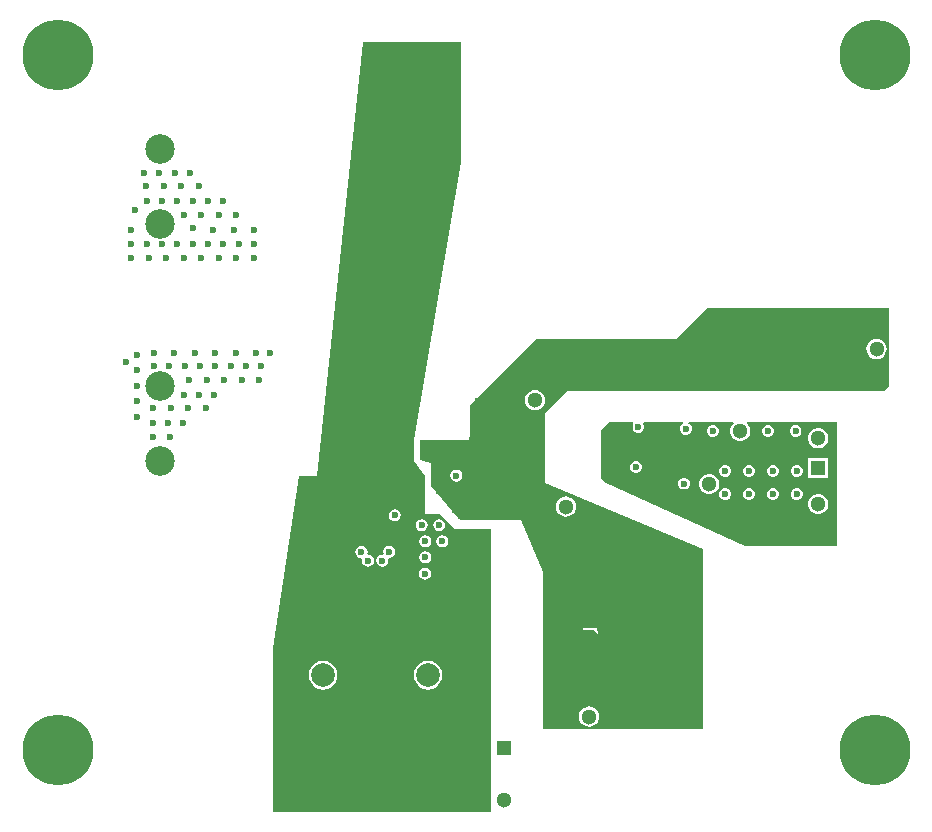
<source format=gbr>
%TF.GenerationSoftware,Altium Limited,Altium Designer,22.9.1 (49)*%
G04 Layer_Physical_Order=2*
G04 Layer_Color=36540*
%FSLAX45Y45*%
%MOMM*%
%TF.SameCoordinates,C6D2A98E-D71B-44EB-B230-12E80A119C5B*%
%TF.FilePolarity,Positive*%
%TF.FileFunction,Copper,L2,Inr,Signal*%
%TF.Part,Single*%
G01*
G75*
%TA.AperFunction,ComponentPad*%
%ADD43C,1.30000*%
%ADD44C,1.90500*%
%ADD45C,2.00660*%
%ADD46C,0.60000*%
%ADD47R,1.30000X1.30000*%
%ADD48C,6.00000*%
%ADD49R,1.30000X1.30000*%
%ADD50C,2.50000*%
%TA.AperFunction,ViaPad*%
%ADD51C,0.60000*%
G36*
X5329194Y3537866D02*
X5334455Y3525166D01*
X5332612Y3523323D01*
X5325000Y3504946D01*
Y3485054D01*
X5332612Y3466677D01*
X5346677Y3452612D01*
X5365054Y3445000D01*
X5384946D01*
X5403323Y3452612D01*
X5417388Y3466677D01*
X5425000Y3485054D01*
Y3504946D01*
X5417388Y3523323D01*
X5415545Y3525166D01*
X5420806Y3537866D01*
X5750856D01*
X5753382Y3525165D01*
X5746677Y3522388D01*
X5732612Y3508323D01*
X5725000Y3489946D01*
Y3470055D01*
X5732612Y3451677D01*
X5746677Y3437612D01*
X5765054Y3430000D01*
X5784946D01*
X5803323Y3437612D01*
X5817388Y3451677D01*
X5825000Y3470055D01*
Y3489946D01*
X5817388Y3508323D01*
X5803323Y3522388D01*
X5796618Y3525165D01*
X5799144Y3537866D01*
X6060000Y3537865D01*
X6178424D01*
X6182457Y3525165D01*
X6169483Y3512191D01*
X6158292Y3492809D01*
X6152500Y3471190D01*
Y3448809D01*
X6158292Y3427191D01*
X6169483Y3407809D01*
X6185308Y3391983D01*
X6204691Y3380793D01*
X6226309Y3375000D01*
X6248690D01*
X6270308Y3380793D01*
X6289691Y3391983D01*
X6305516Y3407809D01*
X6316707Y3427191D01*
X6322499Y3448809D01*
Y3471190D01*
X6316707Y3492809D01*
X6305516Y3512191D01*
X6292542Y3525165D01*
X6296575Y3537865D01*
X7052500D01*
Y2484441D01*
X6274706D01*
X5100000Y3016941D01*
X5057500Y3059441D01*
Y3464219D01*
X5130886Y3537866D01*
X5329194D01*
D02*
G37*
G36*
X7492500Y3835000D02*
X7457500Y3800000D01*
X4772500D01*
X4655000Y3682500D01*
X4587500Y3616184D01*
Y3021648D01*
X5917500Y2460000D01*
Y1525000D01*
Y940000D01*
X4567500D01*
Y2262500D01*
X4382283Y2707500D01*
X3860000D01*
X3615000Y2992500D01*
Y3185000D01*
X3522500Y3217500D01*
X3524947Y3381465D01*
X3527500Y3382500D01*
X3685000D01*
X3942500Y3385000D01*
X3945964Y3429036D01*
X3945000Y3430000D01*
Y3675000D01*
X4510000Y4240000D01*
X5690000D01*
X5952500Y4502500D01*
X7492500D01*
Y3835000D01*
D02*
G37*
G36*
X3870000Y6226058D02*
X3869999Y5735000D01*
X3475000Y3380000D01*
Y3210000D01*
X3570000Y3080897D01*
Y2755000D01*
X3697500D01*
X3822500Y2630000D01*
X4127500D01*
Y232500D01*
X2280000D01*
Y1622533D01*
X2497500Y3077500D01*
X2655000D01*
X3044260Y6752500D01*
X3869999D01*
X3870000Y6226058D01*
D02*
G37*
%LPC*%
G36*
X6714945Y3510000D02*
X6695054D01*
X6676677Y3502388D01*
X6662611Y3488323D01*
X6654999Y3469946D01*
Y3450054D01*
X6662611Y3431677D01*
X6676677Y3417612D01*
X6695054Y3410000D01*
X6714945D01*
X6733322Y3417612D01*
X6747387Y3431677D01*
X6754999Y3450054D01*
Y3469946D01*
X6747387Y3488323D01*
X6733322Y3502388D01*
X6714945Y3510000D01*
D02*
G37*
G36*
X6481195D02*
X6461304D01*
X6442927Y3502388D01*
X6428861Y3488323D01*
X6421250Y3469946D01*
Y3450054D01*
X6428861Y3431677D01*
X6442927Y3417612D01*
X6461304Y3410000D01*
X6481195D01*
X6499572Y3417612D01*
X6513637Y3431677D01*
X6521249Y3450054D01*
Y3469946D01*
X6513637Y3488323D01*
X6499572Y3502388D01*
X6481195Y3510000D01*
D02*
G37*
G36*
X6013695D02*
X5993804D01*
X5975427Y3502388D01*
X5961362Y3488323D01*
X5953750Y3469946D01*
Y3450054D01*
X5961362Y3431677D01*
X5975427Y3417612D01*
X5993804Y3410000D01*
X6013695D01*
X6032073Y3417612D01*
X6046138Y3431677D01*
X6053750Y3450054D01*
Y3469946D01*
X6046138Y3488323D01*
X6032073Y3502388D01*
X6013695Y3510000D01*
D02*
G37*
G36*
X6908691Y3482500D02*
X6886310D01*
X6864691Y3476707D01*
X6845309Y3465517D01*
X6829483Y3449691D01*
X6818293Y3430309D01*
X6812500Y3408690D01*
Y3386309D01*
X6818293Y3364691D01*
X6829483Y3345309D01*
X6845309Y3329483D01*
X6864691Y3318293D01*
X6886310Y3312500D01*
X6908691D01*
X6930309Y3318293D01*
X6949691Y3329483D01*
X6965517Y3345309D01*
X6976707Y3364691D01*
X6982500Y3386309D01*
Y3408690D01*
X6976707Y3430309D01*
X6965517Y3449691D01*
X6949691Y3465517D01*
X6930309Y3476707D01*
X6908691Y3482500D01*
D02*
G37*
G36*
X5364946Y3202500D02*
X5345054D01*
X5326677Y3194888D01*
X5312612Y3180823D01*
X5305000Y3162446D01*
Y3142554D01*
X5312612Y3124177D01*
X5326677Y3110112D01*
X5345054Y3102500D01*
X5364946D01*
X5383323Y3110112D01*
X5397388Y3124177D01*
X5405000Y3142554D01*
Y3162446D01*
X5397388Y3180823D01*
X5383323Y3194888D01*
X5364946Y3202500D01*
D02*
G37*
G36*
X6724945Y3170000D02*
X6705054D01*
X6686677Y3162388D01*
X6672612Y3148323D01*
X6665000Y3129946D01*
Y3110054D01*
X6672612Y3091677D01*
X6686677Y3077612D01*
X6705054Y3070000D01*
X6724945D01*
X6743323Y3077612D01*
X6757388Y3091677D01*
X6765000Y3110054D01*
Y3129946D01*
X6757388Y3148323D01*
X6743323Y3162388D01*
X6724945Y3170000D01*
D02*
G37*
G36*
X6523279D02*
X6503388D01*
X6485010Y3162388D01*
X6470945Y3148323D01*
X6463333Y3129946D01*
Y3110054D01*
X6470945Y3091677D01*
X6485010Y3077612D01*
X6503388Y3070000D01*
X6523279D01*
X6541656Y3077612D01*
X6555721Y3091677D01*
X6563333Y3110054D01*
Y3129946D01*
X6555721Y3148323D01*
X6541656Y3162388D01*
X6523279Y3170000D01*
D02*
G37*
G36*
X6321612D02*
X6301721D01*
X6283344Y3162388D01*
X6269279Y3148323D01*
X6261667Y3129946D01*
Y3110054D01*
X6269279Y3091677D01*
X6283344Y3077612D01*
X6301721Y3070000D01*
X6321612D01*
X6339989Y3077612D01*
X6354055Y3091677D01*
X6361666Y3110054D01*
Y3129946D01*
X6354055Y3148323D01*
X6339989Y3162388D01*
X6321612Y3170000D01*
D02*
G37*
G36*
X6119946D02*
X6100054D01*
X6081677Y3162388D01*
X6067612Y3148323D01*
X6060000Y3129946D01*
Y3110054D01*
X6067612Y3091677D01*
X6081677Y3077612D01*
X6100054Y3070000D01*
X6119946D01*
X6138323Y3077612D01*
X6152388Y3091677D01*
X6160000Y3110054D01*
Y3129946D01*
X6152388Y3148323D01*
X6138323Y3162388D01*
X6119946Y3170000D01*
D02*
G37*
G36*
X6982500Y3228500D02*
X6812500D01*
Y3058500D01*
X6982500D01*
Y3228500D01*
D02*
G37*
G36*
X5772446Y3065000D02*
X5752554D01*
X5734177Y3057388D01*
X5720112Y3043323D01*
X5712500Y3024946D01*
Y3005054D01*
X5720112Y2986677D01*
X5734177Y2972612D01*
X5752554Y2965000D01*
X5772446D01*
X5790823Y2972612D01*
X5804888Y2986677D01*
X5812500Y3005054D01*
Y3024946D01*
X5804888Y3043323D01*
X5790823Y3057388D01*
X5772446Y3065000D01*
D02*
G37*
G36*
X5986190Y3095000D02*
X5963810D01*
X5942191Y3089207D01*
X5922809Y3078017D01*
X5906983Y3062191D01*
X5895793Y3042809D01*
X5890000Y3021191D01*
Y2998810D01*
X5895793Y2977191D01*
X5906983Y2957809D01*
X5922809Y2941983D01*
X5942191Y2930793D01*
X5963810Y2925000D01*
X5986190D01*
X6007809Y2930793D01*
X6027191Y2941983D01*
X6043017Y2957809D01*
X6054207Y2977191D01*
X6060000Y2998810D01*
Y3021191D01*
X6054207Y3042809D01*
X6043017Y3062191D01*
X6027191Y3078017D01*
X6007809Y3089207D01*
X5986190Y3095000D01*
D02*
G37*
G36*
X6724945Y2975000D02*
X6705054D01*
X6686677Y2967388D01*
X6672612Y2953323D01*
X6665000Y2934946D01*
Y2915054D01*
X6672612Y2896677D01*
X6686677Y2882612D01*
X6705054Y2875000D01*
X6724945D01*
X6743323Y2882612D01*
X6757388Y2896677D01*
X6765000Y2915054D01*
Y2934946D01*
X6757388Y2953323D01*
X6743323Y2967388D01*
X6724945Y2975000D01*
D02*
G37*
G36*
X6523279D02*
X6503388D01*
X6485010Y2967388D01*
X6470945Y2953323D01*
X6463333Y2934946D01*
Y2915054D01*
X6470945Y2896677D01*
X6485010Y2882612D01*
X6503388Y2875000D01*
X6523279D01*
X6541656Y2882612D01*
X6555721Y2896677D01*
X6563333Y2915054D01*
Y2934946D01*
X6555721Y2953323D01*
X6541656Y2967388D01*
X6523279Y2975000D01*
D02*
G37*
G36*
X6321612D02*
X6301721D01*
X6283344Y2967388D01*
X6269279Y2953323D01*
X6261667Y2934946D01*
Y2915054D01*
X6269279Y2896677D01*
X6283344Y2882612D01*
X6301721Y2875000D01*
X6321612D01*
X6339989Y2882612D01*
X6354055Y2896677D01*
X6361666Y2915054D01*
Y2934946D01*
X6354055Y2953323D01*
X6339989Y2967388D01*
X6321612Y2975000D01*
D02*
G37*
G36*
X6119946D02*
X6100054D01*
X6081677Y2967388D01*
X6067612Y2953323D01*
X6060000Y2934946D01*
Y2915054D01*
X6067612Y2896677D01*
X6081677Y2882612D01*
X6100054Y2875000D01*
X6119946D01*
X6138323Y2882612D01*
X6152388Y2896677D01*
X6160000Y2915054D01*
Y2934946D01*
X6152388Y2953323D01*
X6138323Y2967388D01*
X6119946Y2975000D01*
D02*
G37*
G36*
X6908691Y2926380D02*
X6886310D01*
X6864691Y2920587D01*
X6845309Y2909397D01*
X6829483Y2893571D01*
X6818293Y2874189D01*
X6812500Y2852570D01*
Y2830189D01*
X6818293Y2808571D01*
X6829483Y2789189D01*
X6845309Y2773363D01*
X6864691Y2762173D01*
X6886310Y2756380D01*
X6908691D01*
X6930309Y2762173D01*
X6949691Y2773363D01*
X6965517Y2789189D01*
X6976707Y2808571D01*
X6982500Y2830189D01*
Y2852570D01*
X6976707Y2874189D01*
X6965517Y2893571D01*
X6949691Y2909397D01*
X6930309Y2920587D01*
X6908691Y2926380D01*
D02*
G37*
G36*
X7390771Y4241241D02*
X7368581Y4238319D01*
X7347904Y4229755D01*
X7330148Y4216130D01*
X7316523Y4198374D01*
X7307958Y4177697D01*
X7305037Y4155507D01*
X7307958Y4133318D01*
X7316523Y4112641D01*
X7330148Y4094885D01*
X7347904Y4081260D01*
X7368581Y4072695D01*
X7390771Y4069774D01*
X7412960Y4072695D01*
X7433637Y4081260D01*
X7451393Y4094885D01*
X7465018Y4112641D01*
X7473583Y4133318D01*
X7476504Y4155507D01*
X7473583Y4177697D01*
X7465018Y4198374D01*
X7451393Y4216130D01*
X7433637Y4229755D01*
X7412960Y4238319D01*
X7390771Y4241241D01*
D02*
G37*
G36*
X4497500Y3805733D02*
X4475311Y3802812D01*
X4454633Y3794247D01*
X4436877Y3780623D01*
X4423253Y3762867D01*
X4414688Y3742189D01*
X4411767Y3720000D01*
X4414688Y3697810D01*
X4423253Y3677133D01*
X4436877Y3659377D01*
X4454633Y3645753D01*
X4475311Y3637188D01*
X4497500Y3634267D01*
X4519689Y3637188D01*
X4540367Y3645753D01*
X4558123Y3659377D01*
X4571747Y3677133D01*
X4580312Y3697810D01*
X4583233Y3720000D01*
X4580312Y3742189D01*
X4571747Y3762867D01*
X4558123Y3780623D01*
X4540367Y3794247D01*
X4519689Y3802812D01*
X4497500Y3805733D01*
D02*
G37*
G36*
X3832500Y3133480D02*
X3812991Y3129599D01*
X3796452Y3118548D01*
X3785401Y3102009D01*
X3781521Y3082500D01*
X3785401Y3062991D01*
X3796452Y3046452D01*
X3812991Y3035401D01*
X3832500Y3031520D01*
X3852009Y3035401D01*
X3868548Y3046452D01*
X3879599Y3062991D01*
X3883480Y3082500D01*
X3879599Y3102009D01*
X3868548Y3118548D01*
X3852009Y3129599D01*
X3832500Y3133480D01*
D02*
G37*
G36*
X4760000Y2905733D02*
X4737810Y2902812D01*
X4717133Y2894247D01*
X4699377Y2880623D01*
X4685753Y2862867D01*
X4677188Y2842189D01*
X4674266Y2820000D01*
X4677188Y2797811D01*
X4685753Y2777133D01*
X4699377Y2759377D01*
X4717133Y2745753D01*
X4737810Y2737188D01*
X4760000Y2734267D01*
X4782189Y2737188D01*
X4802866Y2745753D01*
X4820623Y2759377D01*
X4834247Y2777133D01*
X4842812Y2797811D01*
X4845733Y2820000D01*
X4842812Y2842189D01*
X4834247Y2862867D01*
X4820623Y2880623D01*
X4802866Y2894247D01*
X4782189Y2902812D01*
X4760000Y2905733D01*
D02*
G37*
G36*
X5022500Y1790000D02*
X4905734D01*
X4903923Y1772500D01*
X5002500D01*
X5036623Y1738377D01*
X5022500Y1790000D01*
D02*
G37*
G36*
X4957500Y1128233D02*
X4935311Y1125312D01*
X4914633Y1116747D01*
X4896877Y1103123D01*
X4883253Y1085367D01*
X4874688Y1064690D01*
X4871767Y1042500D01*
X4874688Y1020311D01*
X4883253Y999633D01*
X4896877Y981877D01*
X4914633Y968253D01*
X4935311Y959688D01*
X4957500Y956767D01*
X4979690Y959688D01*
X5000367Y968253D01*
X5018123Y981877D01*
X5031747Y999633D01*
X5040312Y1020311D01*
X5043233Y1042500D01*
X5040312Y1064690D01*
X5031747Y1085367D01*
X5018123Y1103123D01*
X5000367Y1116747D01*
X4979690Y1125312D01*
X4957500Y1128233D01*
D02*
G37*
G36*
X3312500Y2795979D02*
X3292991Y2792099D01*
X3276452Y2781048D01*
X3265401Y2764509D01*
X3261521Y2745000D01*
X3265401Y2725491D01*
X3276452Y2708952D01*
X3292991Y2697901D01*
X3312500Y2694020D01*
X3332009Y2697901D01*
X3348548Y2708952D01*
X3359599Y2725491D01*
X3363480Y2745000D01*
X3359599Y2764509D01*
X3348548Y2781048D01*
X3332009Y2792099D01*
X3312500Y2795979D01*
D02*
G37*
G36*
X3687500Y2713480D02*
X3667991Y2709599D01*
X3651452Y2698548D01*
X3640401Y2682009D01*
X3636521Y2662500D01*
X3640401Y2642991D01*
X3651452Y2626452D01*
X3667991Y2615401D01*
X3687500Y2611521D01*
X3707009Y2615401D01*
X3723548Y2626452D01*
X3734599Y2642991D01*
X3738480Y2662500D01*
X3734599Y2682009D01*
X3723548Y2698548D01*
X3707009Y2709599D01*
X3687500Y2713480D01*
D02*
G37*
G36*
X3540000D02*
X3520491Y2709599D01*
X3503952Y2698548D01*
X3492901Y2682009D01*
X3489020Y2662500D01*
X3492901Y2642991D01*
X3503952Y2626452D01*
X3520491Y2615401D01*
X3540000Y2611521D01*
X3559509Y2615401D01*
X3576048Y2626452D01*
X3587099Y2642991D01*
X3590980Y2662500D01*
X3587099Y2682009D01*
X3576048Y2698548D01*
X3559509Y2709599D01*
X3540000Y2713480D01*
D02*
G37*
G36*
X3715000Y2576813D02*
X3695491Y2572932D01*
X3678952Y2561881D01*
X3667901Y2545342D01*
X3664020Y2525833D01*
X3667901Y2506324D01*
X3678952Y2489785D01*
X3695491Y2478734D01*
X3715000Y2474854D01*
X3734509Y2478734D01*
X3751048Y2489785D01*
X3762099Y2506324D01*
X3765980Y2525833D01*
X3762099Y2545342D01*
X3751048Y2561881D01*
X3734509Y2572932D01*
X3715000Y2576813D01*
D02*
G37*
G36*
X3570000D02*
X3550491Y2572932D01*
X3533952Y2561881D01*
X3522901Y2545342D01*
X3519020Y2525833D01*
X3522901Y2506324D01*
X3533952Y2489785D01*
X3550491Y2478734D01*
X3570000Y2474854D01*
X3589509Y2478734D01*
X3606048Y2489785D01*
X3617099Y2506324D01*
X3620980Y2525833D01*
X3617099Y2545342D01*
X3606048Y2561881D01*
X3589509Y2572932D01*
X3570000Y2576813D01*
D02*
G37*
G36*
Y2440146D02*
X3550491Y2436266D01*
X3533952Y2425215D01*
X3522901Y2408676D01*
X3519020Y2389167D01*
X3522901Y2369658D01*
X3533952Y2353119D01*
X3550491Y2342068D01*
X3570000Y2338187D01*
X3589509Y2342068D01*
X3606048Y2353119D01*
X3617099Y2369658D01*
X3620980Y2389167D01*
X3617099Y2408676D01*
X3606048Y2425215D01*
X3589509Y2436266D01*
X3570000Y2440146D01*
D02*
G37*
G36*
X3265000Y2488480D02*
X3245491Y2484599D01*
X3228952Y2473548D01*
X3217901Y2457009D01*
X3214020Y2437500D01*
X3216582Y2424622D01*
X3207675Y2413695D01*
X3206860Y2413352D01*
X3187991Y2409599D01*
X3171452Y2398548D01*
X3160401Y2382009D01*
X3156520Y2362500D01*
X3160401Y2342991D01*
X3171452Y2326452D01*
X3187991Y2315401D01*
X3207500Y2311520D01*
X3227009Y2315401D01*
X3243548Y2326452D01*
X3254599Y2342991D01*
X3258480Y2362500D01*
X3255918Y2375378D01*
X3264825Y2386305D01*
X3265640Y2386648D01*
X3284509Y2390401D01*
X3301048Y2401452D01*
X3312099Y2417991D01*
X3315980Y2437500D01*
X3312099Y2457009D01*
X3301048Y2473548D01*
X3284509Y2484599D01*
X3265000Y2488480D01*
D02*
G37*
G36*
X3030000Y2485980D02*
X3010491Y2482099D01*
X2993952Y2471048D01*
X2982901Y2454509D01*
X2979020Y2435000D01*
X2982901Y2415491D01*
X2993952Y2398952D01*
X3010491Y2387901D01*
X3026477Y2384721D01*
X3030078Y2383866D01*
X3035961Y2372257D01*
X3034020Y2362500D01*
X3037901Y2342991D01*
X3048952Y2326452D01*
X3065491Y2315401D01*
X3085000Y2311520D01*
X3104509Y2315401D01*
X3121048Y2326452D01*
X3132099Y2342991D01*
X3135980Y2362500D01*
X3132099Y2382009D01*
X3121048Y2398548D01*
X3104509Y2409599D01*
X3088523Y2412779D01*
X3084922Y2413634D01*
X3079039Y2425243D01*
X3080980Y2435000D01*
X3077099Y2454509D01*
X3066048Y2471048D01*
X3049509Y2482099D01*
X3030000Y2485980D01*
D02*
G37*
G36*
X3567500Y2303480D02*
X3547991Y2299599D01*
X3531452Y2288548D01*
X3520401Y2272009D01*
X3516521Y2252500D01*
X3520401Y2232991D01*
X3531452Y2216452D01*
X3547991Y2205401D01*
X3567500Y2201520D01*
X3587009Y2205401D01*
X3603548Y2216452D01*
X3614599Y2232991D01*
X3618480Y2252500D01*
X3614599Y2272009D01*
X3603548Y2288548D01*
X3587009Y2299599D01*
X3567500Y2303480D01*
D02*
G37*
G36*
X3592500Y1513868D02*
X3561087Y1509733D01*
X3531816Y1497608D01*
X3506680Y1478320D01*
X3487392Y1453184D01*
X3475267Y1423912D01*
X3471131Y1392500D01*
X3475267Y1361087D01*
X3487392Y1331816D01*
X3506680Y1306680D01*
X3531816Y1287392D01*
X3561087Y1275267D01*
X3592500Y1271132D01*
X3623912Y1275267D01*
X3653184Y1287392D01*
X3678320Y1306680D01*
X3697608Y1331816D01*
X3709732Y1361087D01*
X3713868Y1392500D01*
X3709732Y1423912D01*
X3697608Y1453184D01*
X3678320Y1478320D01*
X3653184Y1497608D01*
X3623912Y1509733D01*
X3592500Y1513868D01*
D02*
G37*
G36*
X2705000D02*
X2673587Y1509733D01*
X2644316Y1497608D01*
X2619179Y1478320D01*
X2599892Y1453184D01*
X2587767Y1423912D01*
X2583631Y1392500D01*
X2587767Y1361087D01*
X2599892Y1331816D01*
X2619179Y1306680D01*
X2644316Y1287392D01*
X2673587Y1275267D01*
X2705000Y1271132D01*
X2736412Y1275267D01*
X2765684Y1287392D01*
X2790820Y1306680D01*
X2810108Y1331816D01*
X2822232Y1361087D01*
X2826368Y1392500D01*
X2822232Y1423912D01*
X2810108Y1453184D01*
X2790820Y1478320D01*
X2765684Y1497608D01*
X2736412Y1509733D01*
X2705000Y1513868D01*
D02*
G37*
%LPD*%
D43*
X4497500Y3720000D02*
D03*
X6102500Y2670000D02*
D03*
X4037500Y777500D02*
D03*
X6897500Y3397500D02*
D03*
X7390771Y4155507D02*
D03*
X6897500Y2595000D02*
D03*
Y2841380D02*
D03*
X4240000Y337500D02*
D03*
X3972500D02*
D03*
X4957500Y1042500D02*
D03*
X4727500D02*
D03*
X7390771Y3926907D02*
D03*
X6237500Y3460000D02*
D03*
X5975000Y3010000D02*
D03*
X4760000Y2820000D02*
D03*
X7080000Y4385000D02*
D03*
D44*
X3847770Y1137230D02*
D03*
X3337230D02*
D03*
Y1647770D02*
D03*
X3847770D02*
D03*
X2960270Y1137230D02*
D03*
X2449730D02*
D03*
X2960270Y1647770D02*
D03*
X2449730D02*
D03*
D45*
X3592500Y1392500D02*
D03*
X2705000D02*
D03*
D46*
X3195300Y2562700D02*
D03*
Y2664300D02*
D03*
X3093700Y2562700D02*
D03*
Y2664300D02*
D03*
D47*
X4237500Y777500D02*
D03*
D48*
X457500Y762500D02*
D03*
Y6642500D02*
D03*
X7377500D02*
D03*
Y762500D02*
D03*
D49*
X6897500Y3143500D02*
D03*
D50*
X1322500Y5210000D02*
D03*
Y5845000D02*
D03*
Y3837500D02*
D03*
Y3202500D02*
D03*
D51*
X1503214Y5530000D02*
D03*
X1354642D02*
D03*
X1577499Y5645000D02*
D03*
X1206071Y5530000D02*
D03*
X1651785D02*
D03*
X1447499Y5645000D02*
D03*
X1317500D02*
D03*
X1187500D02*
D03*
X1971427Y5290000D02*
D03*
X1525714D02*
D03*
X1599999Y5405000D02*
D03*
X1822856Y5290000D02*
D03*
X1674285D02*
D03*
X1110000Y5332500D02*
D03*
X1859999Y5405000D02*
D03*
X1729999D02*
D03*
X1469999D02*
D03*
X1340000D02*
D03*
X1210000D02*
D03*
X1127500Y3582501D02*
D03*
X1037500Y4045000D02*
D03*
X1127500Y3712501D02*
D03*
Y3842501D02*
D03*
Y3972500D02*
D03*
Y4102500D02*
D03*
X1411071Y3412500D02*
D03*
X1262500D02*
D03*
X1522499Y3527500D02*
D03*
X1392500D02*
D03*
X1262500D02*
D03*
X1710714Y3652500D02*
D03*
X1562142D02*
D03*
X1784999Y3767500D02*
D03*
X1413571Y3652500D02*
D03*
X1265000D02*
D03*
X1654999Y3767500D02*
D03*
X1524999D02*
D03*
X3712500Y3049999D02*
D03*
X3877500Y2970000D02*
D03*
X3640000Y3010000D02*
D03*
X3673400Y3337500D02*
D03*
Y3260000D02*
D03*
X3642500Y3090000D02*
D03*
X3765750Y2988000D02*
D03*
X3686500Y2956000D02*
D03*
X3819000Y2926000D02*
D03*
X3733000Y2902000D02*
D03*
X3779499Y2848000D02*
D03*
X3992500Y2850000D02*
D03*
X3872250Y2864000D02*
D03*
X3825999Y2794000D02*
D03*
X4038750Y2795000D02*
D03*
X3925499Y2802000D02*
D03*
X3832500Y3082500D02*
D03*
X3978749Y2740000D02*
D03*
X4084999D02*
D03*
X2735000Y2880000D02*
D03*
X2727500Y2997500D02*
D03*
X3872499Y2740000D02*
D03*
X3645000Y3192500D02*
D03*
X2922500Y1815000D02*
D03*
X2257500Y4122500D02*
D03*
X3787499Y6645000D02*
D03*
X3706666D02*
D03*
X3625833D02*
D03*
X3545000D02*
D03*
X3464166D02*
D03*
X3383333D02*
D03*
X3302500D02*
D03*
X3221667D02*
D03*
X3140833D02*
D03*
X3828332Y6712500D02*
D03*
X3747499D02*
D03*
X3666666D02*
D03*
X3585833D02*
D03*
X3505000D02*
D03*
X3424166D02*
D03*
X3343333D02*
D03*
X3262500D02*
D03*
X3181667D02*
D03*
X3100834D02*
D03*
X2830000Y1868889D02*
D03*
Y2105000D02*
D03*
Y1986945D02*
D03*
X2452500Y1995556D02*
D03*
Y2231666D02*
D03*
Y2349722D02*
D03*
Y2113611D02*
D03*
Y2467777D02*
D03*
Y1877500D02*
D03*
X2735000Y1935557D02*
D03*
Y2171668D02*
D03*
Y2289723D02*
D03*
Y2053612D02*
D03*
Y2407779D02*
D03*
Y2761945D02*
D03*
Y2525834D02*
D03*
Y2643889D02*
D03*
Y1817502D02*
D03*
X2642500Y1873057D02*
D03*
Y2109168D02*
D03*
Y2227223D02*
D03*
Y1991112D02*
D03*
Y2345279D02*
D03*
Y2699445D02*
D03*
Y2463334D02*
D03*
Y2581389D02*
D03*
Y2817500D02*
D03*
X2552500Y1820000D02*
D03*
Y2882499D02*
D03*
Y2646388D02*
D03*
Y2528333D02*
D03*
Y2764443D02*
D03*
Y2410277D02*
D03*
Y2056111D02*
D03*
Y2292222D02*
D03*
Y2174166D02*
D03*
X5630000Y2859999D02*
D03*
X3567500Y2252500D02*
D03*
X3570000Y2389167D02*
D03*
X3715000Y2525833D02*
D03*
X3570000D02*
D03*
X3687500Y2662500D02*
D03*
X3540000D02*
D03*
X6267500Y2627500D02*
D03*
X6471249Y3460000D02*
D03*
X6704999D02*
D03*
X6003750D02*
D03*
X5775000Y3480000D02*
D03*
X5375000Y3495000D02*
D03*
X6715000Y2925000D02*
D03*
X6513333D02*
D03*
X6311667D02*
D03*
X6715000Y3120000D02*
D03*
X6513333D02*
D03*
X6311667D02*
D03*
X6640000Y2532500D02*
D03*
X6430000Y2535000D02*
D03*
X6422500Y3960000D02*
D03*
X7210000Y3955000D02*
D03*
Y3842500D02*
D03*
X7400000Y4317500D02*
D03*
X7187500D02*
D03*
X6975000D02*
D03*
X6762500D02*
D03*
X6550000D02*
D03*
X4345000Y3852500D02*
D03*
X4540000Y2562500D02*
D03*
X4432500Y3220000D02*
D03*
X4520000Y3280000D02*
D03*
Y3152500D02*
D03*
Y3402500D02*
D03*
X4445000Y3342500D02*
D03*
X6468000Y3842500D02*
D03*
X7024500D02*
D03*
X6839000D02*
D03*
X6653500D02*
D03*
X6282500D02*
D03*
X6166250Y4440000D02*
D03*
X6287500D02*
D03*
X6045000D02*
D03*
X5302500Y4185000D02*
D03*
X5102500D02*
D03*
X4902500D02*
D03*
X4702500D02*
D03*
X4530000Y4155000D02*
D03*
X4345000Y3967500D02*
D03*
X4232500Y3852500D02*
D03*
X4092500Y3770000D02*
D03*
X4017500Y3712500D02*
D03*
X4627500Y2630000D02*
D03*
X4522500Y2695000D02*
D03*
X4667500Y2509998D02*
D03*
Y2314166D02*
D03*
Y2118333D02*
D03*
X4670000Y1922500D02*
D03*
X4667500Y1685000D02*
D03*
Y1478750D02*
D03*
Y1272500D02*
D03*
X3558959Y1679167D02*
D03*
Y1890833D02*
D03*
X3650000Y1802500D02*
D03*
X3407917D02*
D03*
X2552500Y1938056D02*
D03*
X2491042Y405833D02*
D03*
X2733124D02*
D03*
X2975207D02*
D03*
X3217290D02*
D03*
X3459373D02*
D03*
X3701456D02*
D03*
X2491042Y617500D02*
D03*
X2733124D02*
D03*
X2975207D02*
D03*
X3217290D02*
D03*
X3459373D02*
D03*
X3701456D02*
D03*
X2491042Y829166D02*
D03*
X2733124D02*
D03*
X2975207D02*
D03*
X3217290D02*
D03*
X3459373D02*
D03*
X3701456D02*
D03*
X1272501Y4007500D02*
D03*
X1402500D02*
D03*
X1532500D02*
D03*
X1662500D02*
D03*
X1922499D02*
D03*
X2052499D02*
D03*
X2182499D02*
D03*
X1866785Y3892500D02*
D03*
X2015357D02*
D03*
X1792500Y4007500D02*
D03*
X1569643Y3892500D02*
D03*
X1718214D02*
D03*
X2163928D02*
D03*
X1792500Y4122500D02*
D03*
X1619167D02*
D03*
X1445834D02*
D03*
X1272501D02*
D03*
X1965833D02*
D03*
X2139166D02*
D03*
X1946666Y5157500D02*
D03*
X1773333D02*
D03*
X1080000D02*
D03*
X2119999D02*
D03*
X1600000Y5177500D02*
D03*
X1971427Y4927500D02*
D03*
X2119999D02*
D03*
X1525714D02*
D03*
X1377143D02*
D03*
X1599999Y5042500D02*
D03*
X1228571Y4927500D02*
D03*
X1822856D02*
D03*
X1674285D02*
D03*
X1080000D02*
D03*
X2119998Y5042500D02*
D03*
X1989998D02*
D03*
X1859999D02*
D03*
X1729999D02*
D03*
X1469999D02*
D03*
X1340000D02*
D03*
X1210000D02*
D03*
X1080000D02*
D03*
X2612083Y300000D02*
D03*
X2854166D02*
D03*
X3096249D02*
D03*
X2370000D02*
D03*
X3822497D02*
D03*
X3338331D02*
D03*
X3580414D02*
D03*
X3822497Y511667D02*
D03*
X3580414Y511666D02*
D03*
X3338331D02*
D03*
X3096249D02*
D03*
X2854166D02*
D03*
X2612083D02*
D03*
X2370000D02*
D03*
X3338331Y723333D02*
D03*
X3580414D02*
D03*
X3822497Y723333D02*
D03*
X3822499Y935000D02*
D03*
X3580415Y934999D02*
D03*
X3338332D02*
D03*
X2370000Y723333D02*
D03*
X2612083D02*
D03*
X2854166D02*
D03*
X3096249D02*
D03*
X3096249Y934999D02*
D03*
X2854166D02*
D03*
X2612083D02*
D03*
X2370000D02*
D03*
X3230000Y2985000D02*
D03*
X3301250D02*
D03*
X3455417D02*
D03*
X3532500D02*
D03*
X3378333D02*
D03*
X2891250Y2997500D02*
D03*
X3054999D02*
D03*
X2973125D02*
D03*
X2809375D02*
D03*
X2635001Y2985000D02*
D03*
X2554168D02*
D03*
X3099167Y6582500D02*
D03*
X3180000D02*
D03*
X3260833D02*
D03*
X3341666D02*
D03*
X3422500D02*
D03*
X3503333D02*
D03*
X3584166D02*
D03*
X3664999D02*
D03*
X3745832D02*
D03*
X3826666D02*
D03*
X3139167Y6515000D02*
D03*
X3220000D02*
D03*
X3300833D02*
D03*
X3381666D02*
D03*
X3462500D02*
D03*
X3543333D02*
D03*
X3624166D02*
D03*
X3704999D02*
D03*
X3785832D02*
D03*
X3827499Y6440000D02*
D03*
X3746666D02*
D03*
X3665832D02*
D03*
X3584999D02*
D03*
X3504166D02*
D03*
X3423333D02*
D03*
X3342500D02*
D03*
X3261666D02*
D03*
X3180833D02*
D03*
X3100000D02*
D03*
X3205000Y2237500D02*
D03*
X3085000D02*
D03*
X2947500Y2252500D02*
D03*
X3362500Y2335000D02*
D03*
X3342500Y2260000D02*
D03*
X2922500Y2335000D02*
D03*
X3220000Y2840000D02*
D03*
X3145000D02*
D03*
X3070000D02*
D03*
X3207500Y2362500D02*
D03*
X3085000D02*
D03*
X3312500Y2745000D02*
D03*
X3265000Y2437500D02*
D03*
X5787500Y2245000D02*
D03*
Y2340000D02*
D03*
X5580000Y3435000D02*
D03*
X3030000Y2435000D02*
D03*
X5355000Y3152500D02*
D03*
X6552600Y4437500D02*
D03*
X6762575D02*
D03*
X6972550D02*
D03*
X7182525D02*
D03*
X7392500D02*
D03*
X6110000Y2925000D02*
D03*
Y3120000D02*
D03*
X5762500Y3015000D02*
D03*
X5948750Y2743750D02*
D03*
X5789375Y2801875D02*
D03*
%TF.MD5,6394913ae9a2bb220b7c44eed6f98e1b*%
M02*

</source>
